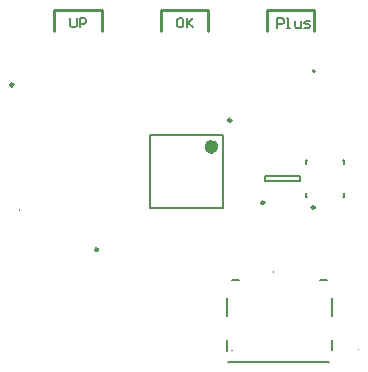
<source format=gto>
G04*
G04 #@! TF.GenerationSoftware,Altium Limited,Altium Designer,23.6.0 (18)*
G04*
G04 Layer_Color=65535*
%FSLAX44Y44*%
%MOMM*%
G71*
G04*
G04 #@! TF.SameCoordinates,26645B5F-4E51-4842-B81F-BC902FA672D2*
G04*
G04*
G04 #@! TF.FilePolarity,Positive*
G04*
G01*
G75*
%ADD10C,0.2500*%
%ADD11C,0.1000*%
%ADD12C,0.2000*%
%ADD13C,0.6000*%
%ADD14C,0.2540*%
D10*
X10024Y240203D02*
G03*
X10024Y240203I-1250J0D01*
G01*
X265300Y136403D02*
G03*
X265300Y136403I-1250J0D01*
G01*
X81702Y100653D02*
G03*
X81702Y100653I-1250J0D01*
G01*
X194604Y210202D02*
G03*
X194604Y210202I-1250J0D01*
G01*
X222573Y140373D02*
G03*
X222573Y140373I-1250J0D01*
G01*
D11*
X230492Y81028D02*
G03*
X230492Y82028I0J500D01*
G01*
D02*
G03*
X230492Y81028I0J-500D01*
G01*
X195838Y15136D02*
G03*
X194838Y15136I-500J0D01*
G01*
D02*
G03*
X195838Y15136I500J0D01*
G01*
X301779Y16362D02*
G03*
X302778Y16362I500J0D01*
G01*
D02*
G03*
X301779Y16362I-500J0D01*
G01*
D12*
X15474Y134099D02*
G03*
X15474Y134099I-500J0D01*
G01*
X264590Y252813D02*
G03*
X264590Y250813I0J-1000D01*
G01*
D02*
G03*
X264590Y252813I0J1000D01*
G01*
X258300Y145404D02*
Y148903D01*
Y173403D02*
Y176904D01*
X289200D02*
X289800D01*
X258300D02*
X258900D01*
X289800Y145404D02*
Y148903D01*
Y173403D02*
Y176904D01*
X289200Y145404D02*
X289800D01*
X258300D02*
X258900D01*
X192239Y5528D02*
X277674D01*
X280193Y15320D02*
Y24028D01*
X190793Y14791D02*
Y24028D01*
X269492Y74528D02*
X275492D01*
X280193Y44028D02*
Y60028D01*
X190793Y44028D02*
Y60028D01*
X195493Y74528D02*
X201493D01*
X125854Y135702D02*
Y197702D01*
X187854Y135702D02*
Y197702D01*
X125854Y135702D02*
X187854D01*
X125854Y197702D02*
X187854D01*
X223149Y159056D02*
X253149D01*
X223149Y163056D02*
X253149D01*
Y159056D02*
Y163056D01*
X223149Y159056D02*
Y163056D01*
X152753Y296735D02*
X150087D01*
X148754Y295403D01*
Y290071D01*
X150087Y288738D01*
X152753D01*
X154086Y290071D01*
Y295403D01*
X152753Y296735D01*
X156752D02*
Y288738D01*
Y291404D01*
X162083Y296735D01*
X158085Y292737D01*
X162083Y288738D01*
X233552Y288633D02*
Y296630D01*
X237551D01*
X238884Y295298D01*
Y292632D01*
X237551Y291299D01*
X233552D01*
X241549Y288633D02*
X244215D01*
X242882D01*
Y296630D01*
X241549D01*
X248214Y293965D02*
Y289966D01*
X249547Y288633D01*
X253546D01*
Y293965D01*
X256211Y288633D02*
X260210D01*
X261543Y289966D01*
X260210Y291299D01*
X257544D01*
X256211Y292632D01*
X257544Y293965D01*
X261543D01*
X58310Y297024D02*
Y290359D01*
X59643Y289026D01*
X62309D01*
X63642Y290359D01*
Y297024D01*
X66308Y289026D02*
Y297024D01*
X70307D01*
X71639Y295691D01*
Y293025D01*
X70307Y291692D01*
X66308D01*
D13*
X180854Y187702D02*
G03*
X180854Y187702I-3000J0D01*
G01*
D14*
X174949Y285949D02*
Y303194D01*
X134949Y285695D02*
Y303194D01*
X174949D01*
X264949Y285695D02*
Y303194D01*
X224949D02*
X264949D01*
X224949Y285695D02*
Y303194D01*
X44949Y285697D02*
Y303197D01*
X84949D01*
Y285697D02*
Y303197D01*
M02*

</source>
